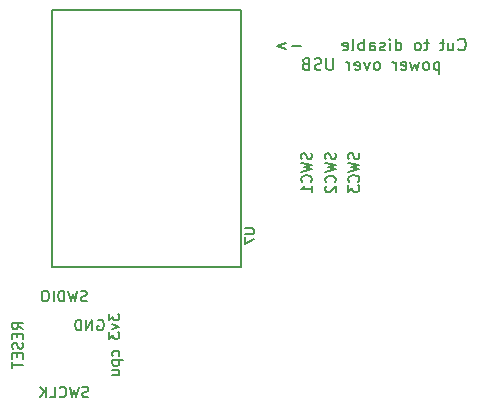
<source format=gbr>
G04 #@! TF.FileFunction,Legend,Bot*
%FSLAX46Y46*%
G04 Gerber Fmt 4.6, Leading zero omitted, Abs format (unit mm)*
G04 Created by KiCad (PCBNEW 4.1.0-alpha+201609050731+7118~50~ubuntu16.04.1-product) date Sun Sep 11 12:16:18 2016*
%MOMM*%
%LPD*%
G01*
G04 APERTURE LIST*
%ADD10C,0.100000*%
%ADD11C,0.150000*%
%ADD12C,0.160000*%
%ADD13R,1.200000X2.200000*%
%ADD14R,2.032000X2.032000*%
%ADD15O,2.032000X2.032000*%
%ADD16O,1.050000X1.850000*%
%ADD17C,0.650000*%
%ADD18C,1.524000*%
%ADD19R,1.727200X1.727200*%
%ADD20O,1.727200X1.727200*%
%ADD21C,1.000000*%
%ADD22R,1.270000X0.600000*%
%ADD23O,1.270000X1.270000*%
G04 APERTURE END LIST*
D10*
D11*
X163819552Y-72760342D02*
X163867171Y-72807961D01*
X164010028Y-72855580D01*
X164105266Y-72855580D01*
X164248123Y-72807961D01*
X164343361Y-72712723D01*
X164390980Y-72617485D01*
X164438600Y-72427009D01*
X164438600Y-72284152D01*
X164390980Y-72093676D01*
X164343361Y-71998438D01*
X164248123Y-71903200D01*
X164105266Y-71855580D01*
X164010028Y-71855580D01*
X163867171Y-71903200D01*
X163819552Y-71950819D01*
X162962409Y-72188914D02*
X162962409Y-72855580D01*
X163390980Y-72188914D02*
X163390980Y-72712723D01*
X163343361Y-72807961D01*
X163248123Y-72855580D01*
X163105266Y-72855580D01*
X163010028Y-72807961D01*
X162962409Y-72760342D01*
X162629076Y-72188914D02*
X162248123Y-72188914D01*
X162486219Y-71855580D02*
X162486219Y-72712723D01*
X162438600Y-72807961D01*
X162343361Y-72855580D01*
X162248123Y-72855580D01*
X161295742Y-72188914D02*
X160914790Y-72188914D01*
X161152885Y-71855580D02*
X161152885Y-72712723D01*
X161105266Y-72807961D01*
X161010028Y-72855580D01*
X160914790Y-72855580D01*
X160438600Y-72855580D02*
X160533838Y-72807961D01*
X160581457Y-72760342D01*
X160629076Y-72665104D01*
X160629076Y-72379390D01*
X160581457Y-72284152D01*
X160533838Y-72236533D01*
X160438600Y-72188914D01*
X160295742Y-72188914D01*
X160200504Y-72236533D01*
X160152885Y-72284152D01*
X160105266Y-72379390D01*
X160105266Y-72665104D01*
X160152885Y-72760342D01*
X160200504Y-72807961D01*
X160295742Y-72855580D01*
X160438600Y-72855580D01*
X158486219Y-72855580D02*
X158486219Y-71855580D01*
X158486219Y-72807961D02*
X158581457Y-72855580D01*
X158771933Y-72855580D01*
X158867171Y-72807961D01*
X158914790Y-72760342D01*
X158962409Y-72665104D01*
X158962409Y-72379390D01*
X158914790Y-72284152D01*
X158867171Y-72236533D01*
X158771933Y-72188914D01*
X158581457Y-72188914D01*
X158486219Y-72236533D01*
X158010028Y-72855580D02*
X158010028Y-72188914D01*
X158010028Y-71855580D02*
X158057647Y-71903200D01*
X158010028Y-71950819D01*
X157962409Y-71903200D01*
X158010028Y-71855580D01*
X158010028Y-71950819D01*
X157581457Y-72807961D02*
X157486219Y-72855580D01*
X157295742Y-72855580D01*
X157200504Y-72807961D01*
X157152885Y-72712723D01*
X157152885Y-72665104D01*
X157200504Y-72569866D01*
X157295742Y-72522247D01*
X157438600Y-72522247D01*
X157533838Y-72474628D01*
X157581457Y-72379390D01*
X157581457Y-72331771D01*
X157533838Y-72236533D01*
X157438600Y-72188914D01*
X157295742Y-72188914D01*
X157200504Y-72236533D01*
X156295742Y-72855580D02*
X156295742Y-72331771D01*
X156343361Y-72236533D01*
X156438600Y-72188914D01*
X156629076Y-72188914D01*
X156724314Y-72236533D01*
X156295742Y-72807961D02*
X156390980Y-72855580D01*
X156629076Y-72855580D01*
X156724314Y-72807961D01*
X156771933Y-72712723D01*
X156771933Y-72617485D01*
X156724314Y-72522247D01*
X156629076Y-72474628D01*
X156390980Y-72474628D01*
X156295742Y-72427009D01*
X155819552Y-72855580D02*
X155819552Y-71855580D01*
X155819552Y-72236533D02*
X155724314Y-72188914D01*
X155533838Y-72188914D01*
X155438600Y-72236533D01*
X155390980Y-72284152D01*
X155343361Y-72379390D01*
X155343361Y-72665104D01*
X155390980Y-72760342D01*
X155438600Y-72807961D01*
X155533838Y-72855580D01*
X155724314Y-72855580D01*
X155819552Y-72807961D01*
X154771933Y-72855580D02*
X154867171Y-72807961D01*
X154914790Y-72712723D01*
X154914790Y-71855580D01*
X154010028Y-72807961D02*
X154105266Y-72855580D01*
X154295742Y-72855580D01*
X154390980Y-72807961D01*
X154438600Y-72712723D01*
X154438600Y-72331771D01*
X154390980Y-72236533D01*
X154295742Y-72188914D01*
X154105266Y-72188914D01*
X154010028Y-72236533D01*
X153962409Y-72331771D01*
X153962409Y-72427009D01*
X154438600Y-72522247D01*
X150486219Y-72474628D02*
X149724314Y-72474628D01*
X149248123Y-72188914D02*
X148486219Y-72474628D01*
X149248123Y-72760342D01*
X162200504Y-73838914D02*
X162200504Y-74838914D01*
X162200504Y-73886533D02*
X162105266Y-73838914D01*
X161914790Y-73838914D01*
X161819552Y-73886533D01*
X161771933Y-73934152D01*
X161724314Y-74029390D01*
X161724314Y-74315104D01*
X161771933Y-74410342D01*
X161819552Y-74457961D01*
X161914790Y-74505580D01*
X162105266Y-74505580D01*
X162200504Y-74457961D01*
X161152885Y-74505580D02*
X161248123Y-74457961D01*
X161295742Y-74410342D01*
X161343361Y-74315104D01*
X161343361Y-74029390D01*
X161295742Y-73934152D01*
X161248123Y-73886533D01*
X161152885Y-73838914D01*
X161010028Y-73838914D01*
X160914790Y-73886533D01*
X160867171Y-73934152D01*
X160819552Y-74029390D01*
X160819552Y-74315104D01*
X160867171Y-74410342D01*
X160914790Y-74457961D01*
X161010028Y-74505580D01*
X161152885Y-74505580D01*
X160486219Y-73838914D02*
X160295742Y-74505580D01*
X160105266Y-74029390D01*
X159914790Y-74505580D01*
X159724314Y-73838914D01*
X158962409Y-74457961D02*
X159057647Y-74505580D01*
X159248123Y-74505580D01*
X159343361Y-74457961D01*
X159390980Y-74362723D01*
X159390980Y-73981771D01*
X159343361Y-73886533D01*
X159248123Y-73838914D01*
X159057647Y-73838914D01*
X158962409Y-73886533D01*
X158914790Y-73981771D01*
X158914790Y-74077009D01*
X159390980Y-74172247D01*
X158486219Y-74505580D02*
X158486219Y-73838914D01*
X158486219Y-74029390D02*
X158438600Y-73934152D01*
X158390980Y-73886533D01*
X158295742Y-73838914D01*
X158200504Y-73838914D01*
X156962409Y-74505580D02*
X157057647Y-74457961D01*
X157105266Y-74410342D01*
X157152885Y-74315104D01*
X157152885Y-74029390D01*
X157105266Y-73934152D01*
X157057647Y-73886533D01*
X156962409Y-73838914D01*
X156819552Y-73838914D01*
X156724314Y-73886533D01*
X156676695Y-73934152D01*
X156629076Y-74029390D01*
X156629076Y-74315104D01*
X156676695Y-74410342D01*
X156724314Y-74457961D01*
X156819552Y-74505580D01*
X156962409Y-74505580D01*
X156295742Y-73838914D02*
X156057647Y-74505580D01*
X155819552Y-73838914D01*
X155057647Y-74457961D02*
X155152885Y-74505580D01*
X155343361Y-74505580D01*
X155438600Y-74457961D01*
X155486219Y-74362723D01*
X155486219Y-73981771D01*
X155438600Y-73886533D01*
X155343361Y-73838914D01*
X155152885Y-73838914D01*
X155057647Y-73886533D01*
X155010028Y-73981771D01*
X155010028Y-74077009D01*
X155486219Y-74172247D01*
X154581457Y-74505580D02*
X154581457Y-73838914D01*
X154581457Y-74029390D02*
X154533838Y-73934152D01*
X154486219Y-73886533D01*
X154390980Y-73838914D01*
X154295742Y-73838914D01*
X153200504Y-73505580D02*
X153200504Y-74315104D01*
X153152885Y-74410342D01*
X153105266Y-74457961D01*
X153010028Y-74505580D01*
X152819552Y-74505580D01*
X152724314Y-74457961D01*
X152676695Y-74410342D01*
X152629076Y-74315104D01*
X152629076Y-73505580D01*
X152200504Y-74457961D02*
X152057647Y-74505580D01*
X151819552Y-74505580D01*
X151724314Y-74457961D01*
X151676695Y-74410342D01*
X151629076Y-74315104D01*
X151629076Y-74219866D01*
X151676695Y-74124628D01*
X151724314Y-74077009D01*
X151819552Y-74029390D01*
X152010028Y-73981771D01*
X152105266Y-73934152D01*
X152152885Y-73886533D01*
X152200504Y-73791295D01*
X152200504Y-73696057D01*
X152152885Y-73600819D01*
X152105266Y-73553200D01*
X152010028Y-73505580D01*
X151771933Y-73505580D01*
X151629076Y-73553200D01*
X150867171Y-73981771D02*
X150724314Y-74029390D01*
X150676695Y-74077009D01*
X150629076Y-74172247D01*
X150629076Y-74315104D01*
X150676695Y-74410342D01*
X150724314Y-74457961D01*
X150819552Y-74505580D01*
X151200504Y-74505580D01*
X151200504Y-73505580D01*
X150867171Y-73505580D01*
X150771933Y-73553200D01*
X150724314Y-73600819D01*
X150676695Y-73696057D01*
X150676695Y-73791295D01*
X150724314Y-73886533D01*
X150771933Y-73934152D01*
X150867171Y-73981771D01*
X151200504Y-73981771D01*
X129399000Y-91173000D02*
X145399000Y-91173000D01*
X129399000Y-69473000D02*
X129399000Y-91173000D01*
X145399000Y-69473000D02*
X129399000Y-69473000D01*
X145399000Y-91173000D02*
X145399000Y-69473000D01*
D12*
X145738904Y-87909476D02*
X146386523Y-87909476D01*
X146462714Y-87947571D01*
X146500809Y-87985666D01*
X146538904Y-88061857D01*
X146538904Y-88214238D01*
X146500809Y-88290428D01*
X146462714Y-88328523D01*
X146386523Y-88366619D01*
X145738904Y-88366619D01*
X145738904Y-88671380D02*
X145738904Y-89204714D01*
X146538904Y-88861857D01*
D11*
X132361542Y-94059805D02*
X132232971Y-94102662D01*
X132018685Y-94102662D01*
X131932971Y-94059805D01*
X131890114Y-94016948D01*
X131847257Y-93931234D01*
X131847257Y-93845520D01*
X131890114Y-93759805D01*
X131932971Y-93716948D01*
X132018685Y-93674091D01*
X132190114Y-93631234D01*
X132275828Y-93588377D01*
X132318685Y-93545520D01*
X132361542Y-93459805D01*
X132361542Y-93374091D01*
X132318685Y-93288377D01*
X132275828Y-93245520D01*
X132190114Y-93202662D01*
X131975828Y-93202662D01*
X131847257Y-93245520D01*
X131547257Y-93202662D02*
X131332971Y-94102662D01*
X131161542Y-93459805D01*
X130990114Y-94102662D01*
X130775828Y-93202662D01*
X130432971Y-94102662D02*
X130432971Y-93202662D01*
X130218685Y-93202662D01*
X130090114Y-93245520D01*
X130004400Y-93331234D01*
X129961542Y-93416948D01*
X129918685Y-93588377D01*
X129918685Y-93716948D01*
X129961542Y-93888377D01*
X130004400Y-93974091D01*
X130090114Y-94059805D01*
X130218685Y-94102662D01*
X130432971Y-94102662D01*
X129532971Y-94102662D02*
X129532971Y-93202662D01*
X128932971Y-93202662D02*
X128761542Y-93202662D01*
X128675828Y-93245520D01*
X128590114Y-93331234D01*
X128547257Y-93502662D01*
X128547257Y-93802662D01*
X128590114Y-93974091D01*
X128675828Y-94059805D01*
X128761542Y-94102662D01*
X128932971Y-94102662D01*
X129018685Y-94059805D01*
X129104400Y-93974091D01*
X129147257Y-93802662D01*
X129147257Y-93502662D01*
X129104400Y-93331234D01*
X129018685Y-93245520D01*
X128932971Y-93202662D01*
X126939782Y-96457457D02*
X126511211Y-96157457D01*
X126939782Y-95943171D02*
X126039782Y-95943171D01*
X126039782Y-96286028D01*
X126082640Y-96371742D01*
X126125497Y-96414600D01*
X126211211Y-96457457D01*
X126339782Y-96457457D01*
X126425497Y-96414600D01*
X126468354Y-96371742D01*
X126511211Y-96286028D01*
X126511211Y-95943171D01*
X126468354Y-96843171D02*
X126468354Y-97143171D01*
X126939782Y-97271742D02*
X126939782Y-96843171D01*
X126039782Y-96843171D01*
X126039782Y-97271742D01*
X126896925Y-97614600D02*
X126939782Y-97743171D01*
X126939782Y-97957457D01*
X126896925Y-98043171D01*
X126854068Y-98086028D01*
X126768354Y-98128885D01*
X126682640Y-98128885D01*
X126596925Y-98086028D01*
X126554068Y-98043171D01*
X126511211Y-97957457D01*
X126468354Y-97786028D01*
X126425497Y-97700314D01*
X126382640Y-97657457D01*
X126296925Y-97614600D01*
X126211211Y-97614600D01*
X126125497Y-97657457D01*
X126082640Y-97700314D01*
X126039782Y-97786028D01*
X126039782Y-98000314D01*
X126082640Y-98128885D01*
X126468354Y-98514600D02*
X126468354Y-98814600D01*
X126939782Y-98943171D02*
X126939782Y-98514600D01*
X126039782Y-98514600D01*
X126039782Y-98943171D01*
X126039782Y-99200314D02*
X126039782Y-99714600D01*
X126939782Y-99457457D02*
X126039782Y-99457457D01*
X132485034Y-102187805D02*
X132356462Y-102230662D01*
X132142177Y-102230662D01*
X132056462Y-102187805D01*
X132013605Y-102144948D01*
X131970748Y-102059234D01*
X131970748Y-101973520D01*
X132013605Y-101887805D01*
X132056462Y-101844948D01*
X132142177Y-101802091D01*
X132313605Y-101759234D01*
X132399320Y-101716377D01*
X132442177Y-101673520D01*
X132485034Y-101587805D01*
X132485034Y-101502091D01*
X132442177Y-101416377D01*
X132399320Y-101373520D01*
X132313605Y-101330662D01*
X132099320Y-101330662D01*
X131970748Y-101373520D01*
X131670748Y-101330662D02*
X131456462Y-102230662D01*
X131285034Y-101587805D01*
X131113605Y-102230662D01*
X130899320Y-101330662D01*
X130042177Y-102144948D02*
X130085034Y-102187805D01*
X130213605Y-102230662D01*
X130299320Y-102230662D01*
X130427891Y-102187805D01*
X130513605Y-102102091D01*
X130556462Y-102016377D01*
X130599320Y-101844948D01*
X130599320Y-101716377D01*
X130556462Y-101544948D01*
X130513605Y-101459234D01*
X130427891Y-101373520D01*
X130299320Y-101330662D01*
X130213605Y-101330662D01*
X130085034Y-101373520D01*
X130042177Y-101416377D01*
X129227891Y-102230662D02*
X129656462Y-102230662D01*
X129656462Y-101330662D01*
X128927891Y-102230662D02*
X128927891Y-101330662D01*
X128413605Y-102230662D02*
X128799320Y-101716377D01*
X128413605Y-101330662D02*
X128927891Y-101844948D01*
X133258474Y-95709320D02*
X133344188Y-95666462D01*
X133472760Y-95666462D01*
X133601331Y-95709320D01*
X133687045Y-95795034D01*
X133729902Y-95880748D01*
X133772760Y-96052177D01*
X133772760Y-96180748D01*
X133729902Y-96352177D01*
X133687045Y-96437891D01*
X133601331Y-96523605D01*
X133472760Y-96566462D01*
X133387045Y-96566462D01*
X133258474Y-96523605D01*
X133215617Y-96480748D01*
X133215617Y-96180748D01*
X133387045Y-96180748D01*
X132829902Y-96566462D02*
X132829902Y-95666462D01*
X132315617Y-96566462D01*
X132315617Y-95666462D01*
X131887045Y-96566462D02*
X131887045Y-95666462D01*
X131672760Y-95666462D01*
X131544188Y-95709320D01*
X131458474Y-95795034D01*
X131415617Y-95880748D01*
X131372760Y-96052177D01*
X131372760Y-96180748D01*
X131415617Y-96352177D01*
X131458474Y-96437891D01*
X131544188Y-96523605D01*
X131672760Y-96566462D01*
X131887045Y-96566462D01*
X134208422Y-95160474D02*
X134208422Y-95717617D01*
X134551280Y-95417617D01*
X134551280Y-95546188D01*
X134594137Y-95631902D01*
X134636994Y-95674760D01*
X134722708Y-95717617D01*
X134936994Y-95717617D01*
X135022708Y-95674760D01*
X135065565Y-95631902D01*
X135108422Y-95546188D01*
X135108422Y-95289045D01*
X135065565Y-95203331D01*
X135022708Y-95160474D01*
X134508422Y-96017617D02*
X135108422Y-96231902D01*
X134508422Y-96446188D01*
X134208422Y-96703331D02*
X134208422Y-97260474D01*
X134551280Y-96960474D01*
X134551280Y-97089045D01*
X134594137Y-97174760D01*
X134636994Y-97217617D01*
X134722708Y-97260474D01*
X134936994Y-97260474D01*
X135022708Y-97217617D01*
X135065565Y-97174760D01*
X135108422Y-97089045D01*
X135108422Y-96831902D01*
X135065565Y-96746188D01*
X135022708Y-96703331D01*
X135065565Y-98717617D02*
X135108422Y-98631902D01*
X135108422Y-98460474D01*
X135065565Y-98374760D01*
X135022708Y-98331902D01*
X134936994Y-98289045D01*
X134679851Y-98289045D01*
X134594137Y-98331902D01*
X134551280Y-98374760D01*
X134508422Y-98460474D01*
X134508422Y-98631902D01*
X134551280Y-98717617D01*
X134508422Y-99103331D02*
X135408422Y-99103331D01*
X134551280Y-99103331D02*
X134508422Y-99189045D01*
X134508422Y-99360474D01*
X134551280Y-99446188D01*
X134594137Y-99489045D01*
X134679851Y-99531902D01*
X134936994Y-99531902D01*
X135022708Y-99489045D01*
X135065565Y-99446188D01*
X135108422Y-99360474D01*
X135108422Y-99189045D01*
X135065565Y-99103331D01*
X134508422Y-100303331D02*
X135108422Y-100303331D01*
X134508422Y-99917617D02*
X134979851Y-99917617D01*
X135065565Y-99960474D01*
X135108422Y-100046188D01*
X135108422Y-100174760D01*
X135065565Y-100260474D01*
X135022708Y-100303331D01*
X151364285Y-81550000D02*
X151407142Y-81678571D01*
X151407142Y-81892857D01*
X151364285Y-81978571D01*
X151321428Y-82021428D01*
X151235714Y-82064285D01*
X151150000Y-82064285D01*
X151064285Y-82021428D01*
X151021428Y-81978571D01*
X150978571Y-81892857D01*
X150935714Y-81721428D01*
X150892857Y-81635714D01*
X150850000Y-81592857D01*
X150764285Y-81550000D01*
X150678571Y-81550000D01*
X150592857Y-81592857D01*
X150550000Y-81635714D01*
X150507142Y-81721428D01*
X150507142Y-81935714D01*
X150550000Y-82064285D01*
X150507142Y-82364285D02*
X151407142Y-82578571D01*
X150764285Y-82750000D01*
X151407142Y-82921428D01*
X150507142Y-83135714D01*
X151321428Y-83992857D02*
X151364285Y-83950000D01*
X151407142Y-83821428D01*
X151407142Y-83735714D01*
X151364285Y-83607142D01*
X151278571Y-83521428D01*
X151192857Y-83478571D01*
X151021428Y-83435714D01*
X150892857Y-83435714D01*
X150721428Y-83478571D01*
X150635714Y-83521428D01*
X150550000Y-83607142D01*
X150507142Y-83735714D01*
X150507142Y-83821428D01*
X150550000Y-83950000D01*
X150592857Y-83992857D01*
X151407142Y-84850000D02*
X151407142Y-84335714D01*
X151407142Y-84592857D02*
X150507142Y-84592857D01*
X150635714Y-84507142D01*
X150721428Y-84421428D01*
X150764285Y-84335714D01*
X155355085Y-81535000D02*
X155397942Y-81663571D01*
X155397942Y-81877857D01*
X155355085Y-81963571D01*
X155312228Y-82006428D01*
X155226514Y-82049285D01*
X155140800Y-82049285D01*
X155055085Y-82006428D01*
X155012228Y-81963571D01*
X154969371Y-81877857D01*
X154926514Y-81706428D01*
X154883657Y-81620714D01*
X154840800Y-81577857D01*
X154755085Y-81535000D01*
X154669371Y-81535000D01*
X154583657Y-81577857D01*
X154540800Y-81620714D01*
X154497942Y-81706428D01*
X154497942Y-81920714D01*
X154540800Y-82049285D01*
X154497942Y-82349285D02*
X155397942Y-82563571D01*
X154755085Y-82735000D01*
X155397942Y-82906428D01*
X154497942Y-83120714D01*
X155312228Y-83977857D02*
X155355085Y-83935000D01*
X155397942Y-83806428D01*
X155397942Y-83720714D01*
X155355085Y-83592142D01*
X155269371Y-83506428D01*
X155183657Y-83463571D01*
X155012228Y-83420714D01*
X154883657Y-83420714D01*
X154712228Y-83463571D01*
X154626514Y-83506428D01*
X154540800Y-83592142D01*
X154497942Y-83720714D01*
X154497942Y-83806428D01*
X154540800Y-83935000D01*
X154583657Y-83977857D01*
X154497942Y-84277857D02*
X154497942Y-84835000D01*
X154840800Y-84535000D01*
X154840800Y-84663571D01*
X154883657Y-84749285D01*
X154926514Y-84792142D01*
X155012228Y-84835000D01*
X155226514Y-84835000D01*
X155312228Y-84792142D01*
X155355085Y-84749285D01*
X155397942Y-84663571D01*
X155397942Y-84406428D01*
X155355085Y-84320714D01*
X155312228Y-84277857D01*
X153373885Y-81560400D02*
X153416742Y-81688971D01*
X153416742Y-81903257D01*
X153373885Y-81988971D01*
X153331028Y-82031828D01*
X153245314Y-82074685D01*
X153159600Y-82074685D01*
X153073885Y-82031828D01*
X153031028Y-81988971D01*
X152988171Y-81903257D01*
X152945314Y-81731828D01*
X152902457Y-81646114D01*
X152859600Y-81603257D01*
X152773885Y-81560400D01*
X152688171Y-81560400D01*
X152602457Y-81603257D01*
X152559600Y-81646114D01*
X152516742Y-81731828D01*
X152516742Y-81946114D01*
X152559600Y-82074685D01*
X152516742Y-82374685D02*
X153416742Y-82588971D01*
X152773885Y-82760400D01*
X153416742Y-82931828D01*
X152516742Y-83146114D01*
X153331028Y-84003257D02*
X153373885Y-83960400D01*
X153416742Y-83831828D01*
X153416742Y-83746114D01*
X153373885Y-83617542D01*
X153288171Y-83531828D01*
X153202457Y-83488971D01*
X153031028Y-83446114D01*
X152902457Y-83446114D01*
X152731028Y-83488971D01*
X152645314Y-83531828D01*
X152559600Y-83617542D01*
X152516742Y-83746114D01*
X152516742Y-83831828D01*
X152559600Y-83960400D01*
X152602457Y-84003257D01*
X152602457Y-84346114D02*
X152559600Y-84388971D01*
X152516742Y-84474685D01*
X152516742Y-84688971D01*
X152559600Y-84774685D01*
X152602457Y-84817542D01*
X152688171Y-84860400D01*
X152773885Y-84860400D01*
X152902457Y-84817542D01*
X153416742Y-84303257D01*
X153416742Y-84860400D01*
%LPC*%
D13*
X144399000Y-89773000D03*
X142399000Y-89773000D03*
X132399000Y-89773000D03*
X130399000Y-89773000D03*
X130399000Y-70873000D03*
X132399000Y-70873000D03*
X134399000Y-70873000D03*
X136399000Y-70873000D03*
X138399000Y-70873000D03*
X140399000Y-70873000D03*
X142399000Y-70873000D03*
D14*
X148742400Y-93548200D03*
D15*
X148742400Y-91008200D03*
D16*
X145427600Y-64795400D03*
X138277600Y-64795400D03*
X145427600Y-68245400D03*
X138277600Y-68245400D03*
D17*
X143852600Y-66920400D03*
X139852600Y-66920400D03*
D18*
X130434080Y-95234760D03*
D19*
X128346200Y-76530200D03*
D20*
X128346200Y-79070200D03*
D18*
X127894080Y-97769680D03*
X130434080Y-100309680D03*
X130434080Y-97769680D03*
X132974080Y-97769680D03*
D14*
X146888200Y-71196200D03*
D15*
X146888200Y-73736200D03*
D21*
X163982400Y-93216000D03*
X163982400Y-101196000D03*
D14*
X127127000Y-65786000D03*
D15*
X127127000Y-68326000D03*
D19*
X150622000Y-107950000D03*
D20*
X150622000Y-110490000D03*
X153162000Y-107950000D03*
X153162000Y-110490000D03*
X155702000Y-107950000D03*
X155702000Y-110490000D03*
X158242000Y-107950000D03*
X158242000Y-110490000D03*
X160782000Y-107950000D03*
X160782000Y-110490000D03*
X126746000Y-103378000D03*
X126746000Y-105918000D03*
X129286000Y-103378000D03*
X129286000Y-105918000D03*
X131826000Y-103378000D03*
X131826000Y-105918000D03*
D19*
X134366000Y-103378000D03*
D20*
X134366000Y-105918000D03*
D22*
X151000000Y-79944500D03*
X151000000Y-79055500D03*
D23*
X151000000Y-80262000D03*
X151000000Y-78738000D03*
D22*
X155000000Y-79944500D03*
X155000000Y-79055500D03*
D23*
X155000000Y-80262000D03*
X155000000Y-78738000D03*
D22*
X153000000Y-79055500D03*
X153000000Y-79944500D03*
D23*
X153000000Y-78738000D03*
X153000000Y-80262000D03*
D20*
X124460000Y-97790000D03*
X121920000Y-97790000D03*
X124460000Y-95250000D03*
X121920000Y-95250000D03*
X124460000Y-92710000D03*
X121920000Y-92710000D03*
X124460000Y-90170000D03*
X121920000Y-90170000D03*
X124460000Y-87630000D03*
X121920000Y-87630000D03*
X124460000Y-85090000D03*
X121920000Y-85090000D03*
D19*
X121920000Y-74930000D03*
D20*
X124460000Y-74930000D03*
X121920000Y-77470000D03*
X124460000Y-77470000D03*
X121920000Y-80010000D03*
X124460000Y-80010000D03*
X121920000Y-82550000D03*
X124460000Y-82550000D03*
X121920000Y-100330000D03*
X124460000Y-100330000D03*
M02*

</source>
